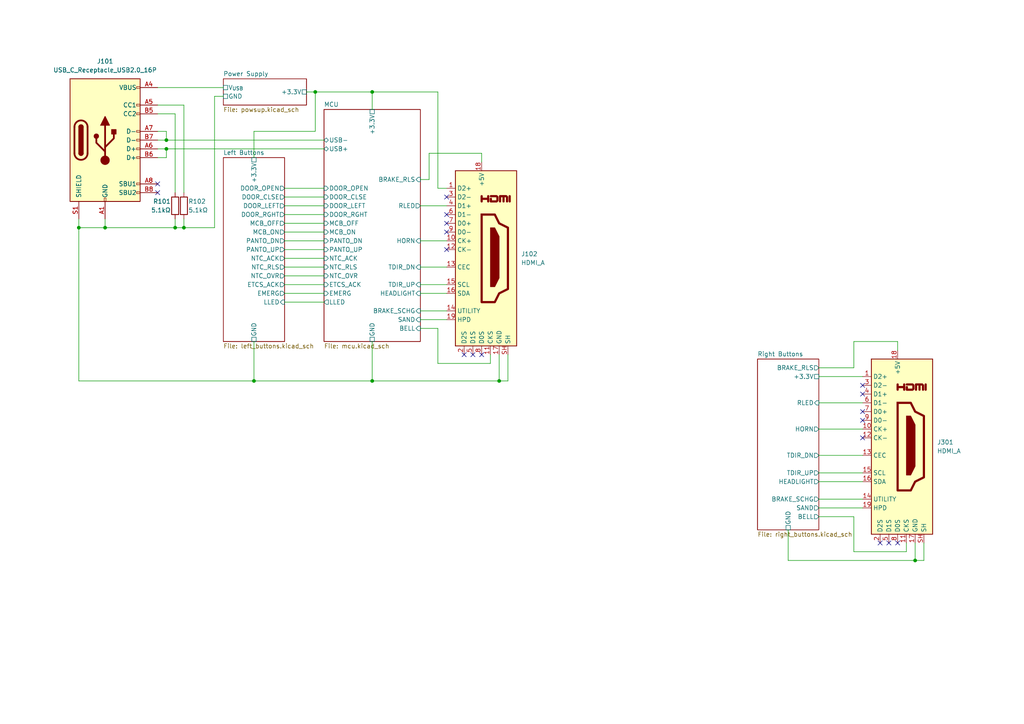
<source format=kicad_sch>
(kicad_sch (version 20231120) (generator "eeschema") (generator_version "8.0")
  (paper "A4")
  (lib_symbols
    (symbol "Connector:HDMI_A"
      (property "Reference" "J" (at -6.35 26.67 0))
      (property "Value" "HDMI_A" (at 10.16 26.67 0))
      (symbol "HDMI_A_0_0"
        (polyline (pts (xy 8.128 16.51) (xy 8.128 18.034)) (stroke (width 0.635)))
        (polyline (pts (xy 0 16.51) (xy 0 18.034) (xy 0 17.272) (xy 1.905 17.272) (xy 1.905 18.034) (xy 1.905 16.51)) (stroke (width 0.635)))
        (polyline (pts (xy 2.667 18.034) (xy 4.318 18.034) (xy 4.572 17.78) (xy 4.572 16.764) (xy 4.318 16.51) (xy 2.667 16.51) (xy 2.667 17.272)) (stroke (width 0.635)))
      )
      (symbol "HDMI_A_0_1"
        (rectangle (start -7.62 25.4) (end 10.16 -25.4) (stroke (width 0.254)) (fill (type background)))
        (polyline (pts (xy 2.54 8.89) (xy 3.81 8.89) (xy 5.08 6.35) (xy 5.08 -5.715) (xy 3.81 -8.255) (xy 2.54 -8.255) (xy 2.54 8.89)) (fill (type outline)))
        (polyline (pts (xy 5.334 16.51) (xy 5.334 18.034) (xy 6.35 18.034) (xy 6.35 16.51) (xy 6.35 18.034) (xy 7.112 18.034) (xy 7.366 17.78) (xy 7.366 16.51)) (stroke (width 0.635)))
        (polyline (pts (xy 0 12.7) (xy 0 -12.7) (xy 3.81 -12.7) (xy 5.08 -10.16) (xy 7.62 -8.89) (xy 7.62 8.89) (xy 5.08 10.16) (xy 3.81 12.7) (xy 0 12.7)) (stroke (width 0.635)))
      )
      (symbol "HDMI_A_1_1"
        (pin passive line (at -10.16 20.32 0) (length 2.54) (name "D2+") (number "1"))
        (pin passive line (at -10.16 5.08 0) (length 2.54) (name "CK+") (number "10"))
        (pin power_in line (at 2.54 -27.94 90) (length 2.54) (name "CKS") (number "11"))
        (pin passive line (at -10.16 2.54 0) (length 2.54) (name "CK-") (number "12"))
        (pin bidirectional line (at -10.16 -2.54 0) (length 2.54) (name "CEC") (number "13"))
        (pin passive line (at -10.16 -15.24 0) (length 2.54) (name "UTILITY") (number "14"))
        (pin passive line (at -10.16 -7.62 0) (length 2.54) (name "SCL") (number "15"))
        (pin bidirectional line (at -10.16 -10.16 0) (length 2.54) (name "SDA") (number "16"))
        (pin power_in line (at 5.08 -27.94 90) (length 2.54) (name "GND") (number "17"))
        (pin power_in line (at 0 27.94 270) (length 2.54) (name "+5V") (number "18"))
        (pin passive line (at -10.16 -17.78 0) (length 2.54) (name "HPD") (number "19"))
        (pin power_in line (at -5.08 -27.94 90) (length 2.54) (name "D2S") (number "2"))
        (pin passive line (at -10.16 17.78 0) (length 2.54) (name "D2-") (number "3"))
        (pin passive line (at -10.16 15.24 0) (length 2.54) (name "D1+") (number "4"))
        (pin power_in line (at -2.54 -27.94 90) (length 2.54) (name "D1S") (number "5"))
        (pin passive line (at -10.16 12.7 0) (length 2.54) (name "D1-") (number "6"))
        (pin passive line (at -10.16 10.16 0) (length 2.54) (name "D0+") (number "7"))
        (pin power_in line (at 0 -27.94 90) (length 2.54) (name "D0S") (number "8"))
        (pin passive line (at -10.16 7.62 0) (length 2.54) (name "D0-") (number "9"))
        (pin passive line (at 7.62 -27.94 90) (length 2.54) (name "SH") (number "SH"))
      )
    )
    (symbol "Connector:USB_C_Receptacle_USB2.0_16P" (pin_names (offset 1.016))
      (property "Reference" "J" (at 0 22.225 0))
      (property "Value" "USB_C_Receptacle_USB2.0_16P" (at 0 19.685 0))
      (symbol "USB_C_Receptacle_USB2.0_16P_0_0"
        (rectangle (start -0.254 -17.78) (end 0.254 -16.764))
        (rectangle (start 10.16 -14.986) (end 9.144 -15.494))
        (rectangle (start 10.16 -12.446) (end 9.144 -12.954))
        (rectangle (start 10.16 -4.826) (end 9.144 -5.334))
        (rectangle (start 10.16 -2.286) (end 9.144 -2.794))
        (rectangle (start 10.16 0.254) (end 9.144 -0.254))
        (rectangle (start 10.16 2.794) (end 9.144 2.286))
        (rectangle (start 10.16 7.874) (end 9.144 7.366))
        (rectangle (start 10.16 10.414) (end 9.144 9.906))
        (rectangle (start 10.16 15.494) (end 9.144 14.986))
      )
      (symbol "USB_C_Receptacle_USB2.0_16P_0_1"
        (rectangle (start -10.16 17.78) (end 10.16 -17.78) (stroke (width 0.254)) (fill (type background)))
        (arc (start -8.89 -3.81) (mid -6.985 -5.7067) (end -5.08 -3.81) (stroke (width 0.508)))
        (arc (start -7.62 -3.81) (mid -6.985 -4.4423) (end -6.35 -3.81) (stroke (width 0.254)))
        (arc (start -7.62 -3.81) (mid -6.985 -4.4423) (end -6.35 -3.81) (stroke (width 0.254)) (fill (type outline)))
        (rectangle (start -7.62 -3.81) (end -6.35 3.81) (stroke (width 0.254)) (fill (type outline)))
        (arc (start -6.35 3.81) (mid -6.985 4.4423) (end -7.62 3.81) (stroke (width 0.254)))
        (arc (start -6.35 3.81) (mid -6.985 4.4423) (end -7.62 3.81) (stroke (width 0.254)) (fill (type outline)))
        (arc (start -5.08 3.81) (mid -6.985 5.7067) (end -8.89 3.81) (stroke (width 0.508)))
        (circle (center -2.54 1.143) (radius 0.635) (stroke (width 0.254)) (fill (type outline)))
        (circle (center 0 -5.842) (radius 1.27) (fill (type outline)))
        (polyline (pts (xy -8.89 -3.81) (xy -8.89 3.81)) (stroke (width 0.508)))
        (polyline (pts (xy -5.08 3.81) (xy -5.08 -3.81)) (stroke (width 0.508)))
        (polyline (pts (xy 0 -5.842) (xy 0 4.318)) (stroke (width 0.508)))
        (polyline (pts (xy 0 -3.302) (xy -2.54 -0.762) (xy -2.54 0.508)) (stroke (width 0.508)))
        (polyline (pts (xy 0 -2.032) (xy 2.54 0.508) (xy 2.54 1.778)) (stroke (width 0.508)))
        (polyline (pts (xy -1.27 4.318) (xy 0 6.858) (xy 1.27 4.318) (xy -1.27 4.318)) (stroke (width 0.254)) (fill (type outline)))
        (rectangle (start 1.905 1.778) (end 3.175 3.048) (stroke (width 0.254)) (fill (type outline)))
      )
      (symbol "USB_C_Receptacle_USB2.0_16P_1_1"
        (pin passive line (at 0 -22.86 90) (length 5.08) (name "GND") (number "A1"))
        (pin passive line (at 0 -22.86 90) (length 5.08) hide (name "GND") (number "A12"))
        (pin passive line (at 15.24 15.24 180) (length 5.08) (name "VBUS") (number "A4"))
        (pin bidirectional line (at 15.24 10.16 180) (length 5.08) (name "CC1") (number "A5"))
        (pin bidirectional line (at 15.24 -2.54 180) (length 5.08) (name "D+") (number "A6"))
        (pin bidirectional line (at 15.24 2.54 180) (length 5.08) (name "D-") (number "A7"))
        (pin bidirectional line (at 15.24 -12.7 180) (length 5.08) (name "SBU1") (number "A8"))
        (pin passive line (at 15.24 15.24 180) (length 5.08) hide (name "VBUS") (number "A9"))
        (pin passive line (at 0 -22.86 90) (length 5.08) hide (name "GND") (number "B1"))
        (pin passive line (at 0 -22.86 90) (length 5.08) hide (name "GND") (number "B12"))
        (pin passive line (at 15.24 15.24 180) (length 5.08) hide (name "VBUS") (number "B4"))
        (pin bidirectional line (at 15.24 7.62 180) (length 5.08) (name "CC2") (number "B5"))
        (pin bidirectional line (at 15.24 -5.08 180) (length 5.08) (name "D+") (number "B6"))
        (pin bidirectional line (at 15.24 0 180) (length 5.08) (name "D-") (number "B7"))
        (pin bidirectional line (at 15.24 -15.24 180) (length 5.08) (name "SBU2") (number "B8"))
        (pin passive line (at 15.24 15.24 180) (length 5.08) hide (name "VBUS") (number "B9"))
        (pin passive line (at -7.62 -22.86 90) (length 5.08) (name "SHIELD") (number "S1"))
      )
    )
    (symbol "Device:R" (pin_numbers hide) (pin_names (offset 0))
      (property "Reference" "R" (at 2.032 0 90))
      (property "Value" "R" (at 0 0 90))
      (symbol "R_0_1"
        (rectangle (start -1.016 -2.54) (end 1.016 2.54) (stroke (width 0.254)))
      )
      (symbol "R_1_1"
        (pin passive line (at 0 3.81 270) (length 1.27) (name "~") (number "1"))
        (pin passive line (at 0 -3.81 90) (length 1.27) (name "~") (number "2"))
      )
    )
  )
  (junction (at 91.44 26.67))
  (junction (at 144.78 110.49))
  (junction (at 107.95 110.49))
  (junction (at 73.66 110.49))
  (junction (at 22.86 66.04))
  (junction (at 48.26 43.18))
  (junction (at 50.8 66.04))
  (junction (at 30.48 66.04))
  (junction (at 48.26 40.64))
  (junction (at 107.95 26.67))
  (junction (at 265.43 162.56))
  (junction (at 53.34 66.04))
  (no_connect (at 129.54 64.77))
  (no_connect (at 134.62 102.87))
  (no_connect (at 129.54 57.15))
  (no_connect (at 45.72 53.34))
  (no_connect (at 250.19 127))
  (no_connect (at 45.72 55.88))
  (no_connect (at 139.7 102.87))
  (no_connect (at 250.19 119.38))
  (no_connect (at 255.27 157.48))
  (no_connect (at 129.54 62.23))
  (no_connect (at 250.19 121.92))
  (no_connect (at 137.16 102.87))
  (no_connect (at 250.19 114.3))
  (no_connect (at 129.54 67.31))
  (no_connect (at 260.35 157.48))
  (no_connect (at 250.19 111.76))
  (no_connect (at 129.54 72.39))
  (no_connect (at 257.81 157.48))
  (wire (pts (xy 121.92 85.09) (xy 129.54 85.09)))
  (wire (pts (xy 237.49 144.78) (xy 250.19 144.78)))
  (wire (pts (xy 22.86 110.49) (xy 22.86 66.04)))
  (wire (pts (xy 129.54 54.61) (xy 127 54.61)))
  (wire (pts (xy 22.86 66.04) (xy 22.86 63.5)))
  (wire (pts (xy 147.32 110.49) (xy 144.78 110.49)))
  (wire (pts (xy 45.72 25.4) (xy 64.77 25.4)))
  (wire (pts (xy 121.92 82.55) (xy 129.54 82.55)))
  (wire (pts (xy 265.43 157.48) (xy 265.43 162.56)))
  (wire (pts (xy 127 105.41) (xy 127 95.25)))
  (wire (pts (xy 62.23 27.94) (xy 64.77 27.94)))
  (wire (pts (xy 121.92 92.71) (xy 129.54 92.71)))
  (wire (pts (xy 82.55 72.39) (xy 93.98 72.39)))
  (wire (pts (xy 144.78 110.49) (xy 107.95 110.49)))
  (wire (pts (xy 73.66 38.1) (xy 91.44 38.1)))
  (wire (pts (xy 260.35 99.06) (xy 247.65 99.06)))
  (wire (pts (xy 82.55 85.09) (xy 93.98 85.09)))
  (wire (pts (xy 237.49 147.32) (xy 250.19 147.32)))
  (wire (pts (xy 82.55 74.93) (xy 93.98 74.93)))
  (wire (pts (xy 48.26 40.64) (xy 45.72 40.64)))
  (wire (pts (xy 91.44 26.67) (xy 107.95 26.67)))
  (wire (pts (xy 82.55 82.55) (xy 93.98 82.55)))
  (wire (pts (xy 144.78 102.87) (xy 144.78 110.49)))
  (wire (pts (xy 82.55 80.01) (xy 93.98 80.01)))
  (wire (pts (xy 121.92 77.47) (xy 129.54 77.47)))
  (wire (pts (xy 82.55 57.15) (xy 93.98 57.15)))
  (wire (pts (xy 265.43 162.56) (xy 228.6 162.56)))
  (wire (pts (xy 260.35 101.6) (xy 260.35 99.06)))
  (wire (pts (xy 82.55 62.23) (xy 93.98 62.23)))
  (wire (pts (xy 48.26 43.18) (xy 93.98 43.18)))
  (wire (pts (xy 48.26 45.72) (xy 48.26 43.18)))
  (wire (pts (xy 45.72 38.1) (xy 48.26 38.1)))
  (wire (pts (xy 142.24 102.87) (xy 142.24 105.41)))
  (wire (pts (xy 48.26 38.1) (xy 48.26 40.64)))
  (wire (pts (xy 124.46 44.45) (xy 124.46 52.07)))
  (wire (pts (xy 73.66 45.72) (xy 73.66 38.1)))
  (wire (pts (xy 228.6 153.67) (xy 228.6 162.56)))
  (wire (pts (xy 237.49 116.84) (xy 250.19 116.84)))
  (wire (pts (xy 82.55 59.69) (xy 93.98 59.69)))
  (wire (pts (xy 88.9 26.67) (xy 91.44 26.67)))
  (wire (pts (xy 53.34 66.04) (xy 62.23 66.04)))
  (wire (pts (xy 50.8 66.04) (xy 30.48 66.04)))
  (wire (pts (xy 30.48 66.04) (xy 22.86 66.04)))
  (wire (pts (xy 107.95 26.67) (xy 107.95 31.75)))
  (wire (pts (xy 147.32 102.87) (xy 147.32 110.49)))
  (wire (pts (xy 237.49 124.46) (xy 250.19 124.46)))
  (wire (pts (xy 237.49 137.16) (xy 250.19 137.16)))
  (wire (pts (xy 107.95 110.49) (xy 73.66 110.49)))
  (wire (pts (xy 50.8 63.5) (xy 50.8 66.04)))
  (wire (pts (xy 107.95 99.06) (xy 107.95 110.49)))
  (wire (pts (xy 247.65 160.02) (xy 262.89 160.02)))
  (wire (pts (xy 247.65 149.86) (xy 247.65 160.02)))
  (wire (pts (xy 82.55 77.47) (xy 93.98 77.47)))
  (wire (pts (xy 53.34 30.48) (xy 45.72 30.48)))
  (wire (pts (xy 247.65 99.06) (xy 247.65 106.68)))
  (wire (pts (xy 267.97 157.48) (xy 267.97 162.56)))
  (wire (pts (xy 82.55 54.61) (xy 93.98 54.61)))
  (wire (pts (xy 237.49 149.86) (xy 247.65 149.86)))
  (wire (pts (xy 121.92 52.07) (xy 124.46 52.07)))
  (wire (pts (xy 262.89 157.48) (xy 262.89 160.02)))
  (wire (pts (xy 142.24 105.41) (xy 127 105.41)))
  (wire (pts (xy 50.8 33.02) (xy 50.8 55.88)))
  (wire (pts (xy 121.92 69.85) (xy 129.54 69.85)))
  (wire (pts (xy 48.26 40.64) (xy 93.98 40.64)))
  (wire (pts (xy 45.72 33.02) (xy 50.8 33.02)))
  (wire (pts (xy 139.7 46.99) (xy 139.7 44.45)))
  (wire (pts (xy 53.34 55.88) (xy 53.34 30.48)))
  (wire (pts (xy 139.7 44.45) (xy 124.46 44.45)))
  (wire (pts (xy 62.23 27.94) (xy 62.23 66.04)))
  (wire (pts (xy 53.34 66.04) (xy 53.34 63.5)))
  (wire (pts (xy 30.48 63.5) (xy 30.48 66.04)))
  (wire (pts (xy 121.92 90.17) (xy 129.54 90.17)))
  (wire (pts (xy 82.55 67.31) (xy 93.98 67.31)))
  (wire (pts (xy 73.66 110.49) (xy 22.86 110.49)))
  (wire (pts (xy 82.55 69.85) (xy 93.98 69.85)))
  (wire (pts (xy 45.72 43.18) (xy 48.26 43.18)))
  (wire (pts (xy 82.55 87.63) (xy 93.98 87.63)))
  (wire (pts (xy 73.66 99.06) (xy 73.66 110.49)))
  (wire (pts (xy 121.92 95.25) (xy 127 95.25)))
  (wire (pts (xy 82.55 64.77) (xy 93.98 64.77)))
  (wire (pts (xy 45.72 45.72) (xy 48.26 45.72)))
  (wire (pts (xy 127 26.67) (xy 107.95 26.67)))
  (wire (pts (xy 267.97 162.56) (xy 265.43 162.56)))
  (wire (pts (xy 91.44 38.1) (xy 91.44 26.67)))
  (wire (pts (xy 127 54.61) (xy 127 26.67)))
  (wire (pts (xy 237.49 132.08) (xy 250.19 132.08)))
  (wire (pts (xy 237.49 109.22) (xy 250.19 109.22)))
  (wire (pts (xy 50.8 66.04) (xy 53.34 66.04)))
  (wire (pts (xy 237.49 139.7) (xy 250.19 139.7)))
  (wire (pts (xy 237.49 106.68) (xy 247.65 106.68)))
  (wire (pts (xy 121.92 59.69) (xy 129.54 59.69)))
  (symbol (lib_id "Connector:HDMI_A") (at 139.7 74.93 0) (unit 1)
    (property "Reference" "J102" (at 151.13 73.6599 0) (effects (justify left)))
    (property "Value" "HDMI_A" (at 151.13 76.1999 0) (effects (justify left)))
    (property "Footprint" "Connector_HDMI:HDMI_A_Molex_208658-1001_Horizontal" (effects (hide yes)))
    (property "Datasheet" "https://en.wikipedia.org/wiki/HDMI" (effects (hide yes)))
    (property "Description" "HDMI type A connector" (effects (hide yes)))
    (property "LCSC" "C2858275" (effects (hide yes)))
  )
  (symbol (lib_id "Device:R") (at 50.8 59.69 0) (unit 1)
    (property "Reference" "R101" (at 49.53 58.42 0) (effects (justify right)))
    (property "Value" "5.1kΩ" (at 49.53 60.96 0) (effects (justify right)))
    (property "Footprint" "Resistor_SMD:R_0402_1005Metric" (effects (hide yes)))
    (property "LCSC" "C25905" (effects (hide yes)))
  )
  (symbol (lib_id "Connector:USB_C_Receptacle_USB2.0_16P") (at 30.48 40.64 0) (unit 1)
    (property "Reference" "J101" (at 30.48 17.78 0))
    (property "Value" "USB_C_Receptacle_USB2.0_16P" (at 30.48 20.32 0))
    (property "Footprint" "Connector_USB:USB_C_Receptacle_G-Switch_GT-USB-7010ASV" (effects (hide yes)))
    (property "Datasheet" "https://www.usb.org/sites/default/files/documents/usb_type-c.zip" (effects (hide yes)))
    (property "Description" "USB 2.0-only 16P Type-C Receptacle connector" (effects (hide yes)))
    (property "LCSC" "C2988369" (effects (hide yes)))
  )
  (symbol (lib_id "Device:R") (at 53.34 59.69 0) (mirror y) (unit 1)
    (property "Reference" "R102" (at 54.61 58.42 0) (effects (justify right)))
    (property "Value" "5.1kΩ" (at 54.61 60.96 0) (effects (justify right)))
    (property "Footprint" "Resistor_SMD:R_0402_1005Metric" (effects (hide yes)))
    (property "LCSC" "C25905" (effects (hide yes)))
  )
  (symbol (lib_id "Connector:HDMI_A") (at 260.35 129.54 0) (unit 1)
    (property "Reference" "J301" (at 271.78 128.2699 0) (effects (justify left)))
    (property "Value" "HDMI_A" (at 271.78 130.8099 0) (effects (justify left)))
    (property "Footprint" "Connector_HDMI:HDMI_A_Molex_208658-1001_Horizontal" (effects (hide yes)))
    (property "Datasheet" "https://en.wikipedia.org/wiki/HDMI" (effects (hide yes)))
    (property "Description" "HDMI type A connector" (effects (hide yes)))
    (property "LCSC" "C2858275" (effects (hide yes)))
  )
  (sheet (at 93.98 31.75) (size 27.94 67.31) (stroke (width 0.1524))
    (property "Sheetname" "MCU" (at 93.98 31.0384 0) (effects (justify left bottom)))
    (property "Sheetfile" "mcu.kicad_sch" (at 93.98 99.6446 0) (effects (justify left top)))
    (pin "GND" passive (at 107.95 99.06 270))
    (pin "PANTO_DN" input (at 93.98 69.85 180))
    (pin "MCB_ON" input (at 93.98 67.31 180))
    (pin "MCB_OFF" input (at 93.98 64.77 180))
    (pin "DOOR_LEFT" input (at 93.98 59.69 180))
    (pin "DOOR_RGHT" input (at 93.98 62.23 180))
    (pin "DOOR_OPEN" input (at 93.98 54.61 180))
    (pin "DOOR_CLSE" input (at 93.98 57.15 180))
    (pin "USB-" bidirectional (at 93.98 40.64 180))
    (pin "USB+" bidirectional (at 93.98 43.18 180))
    (pin "EMERG" input (at 93.98 85.09 180))
    (pin "SAND" input (at 121.92 92.71 0))
    (pin "TDIR_UP" input (at 121.92 82.55 0))
    (pin "HORN" input (at 121.92 69.85 0))
    (pin "BELL" input (at 121.92 95.25 0))
    (pin "BRAKE_RLS" input (at 121.92 52.07 0))
    (pin "TDIR_DN" input (at 121.92 77.47 0))
    (pin "HEADLIGHT" input (at 121.92 85.09 0))
    (pin "BRAKE_SCHG" input (at 121.92 90.17 0))
    (pin "NTC_ACK" input (at 93.98 74.93 180))
    (pin "NTC_OVR" input (at 93.98 80.01 180))
    (pin "ETCS_ACK" input (at 93.98 82.55 180))
    (pin "NTC_RLS" input (at 93.98 77.47 180))
    (pin "PANTO_UP" input (at 93.98 72.39 180))
    (pin "+3.3V" passive (at 107.95 31.75 90))
    (pin "RLED" output (at 121.92 59.69 0))
    (pin "LLED" output (at 93.98 87.63 180))
  )
  (sheet (at 64.77 22.86) (size 24.13 7.62) (stroke (width 0.1524))
    (property "Sheetname" "Power Supply" (at 64.77 22.1484 0) (effects (justify left bottom)))
    (property "Sheetfile" "powsup.kicad_sch" (at 64.77 31.0646 0) (effects (justify left top)))
    (pin "+3.3V" passive (at 88.9 26.67 0))
    (pin "V_{USB}" passive (at 64.77 25.4 180))
    (pin "GND" passive (at 64.77 27.94 180))
  )
  (sheet (at 219.71 104.14) (size 17.78 49.53) (stroke (width 0.1524))
    (property "Sheetname" "Right Buttons" (at 219.71 103.4284 0) (effects (justify left bottom)))
    (property "Sheetfile" "right_buttons.kicad_sch" (at 219.71 154.2546 0) (effects (justify left top)))
    (pin "SAND" output (at 237.49 147.32 0))
    (pin "BRAKE_RLS" output (at 237.49 106.68 0))
    (pin "HEADLIGHT" output (at 237.49 139.7 0))
    (pin "TDIR_UP" output (at 237.49 137.16 0))
    (pin "HORN" output (at 237.49 124.46 0))
    (pin "TDIR_DN" output (at 237.49 132.08 0))
    (pin "BRAKE_SCHG" output (at 237.49 144.78 0))
    (pin "BELL" output (at 237.49 149.86 0))
    (pin "GND" passive (at 228.6 153.67 270))
    (pin "+3.3V" passive (at 237.49 109.22 0))
    (pin "RLED" input (at 237.49 116.84 0))
  )
  (sheet (at 64.77 45.72) (size 17.78 53.34) (stroke (width 0.1524))
    (property "Sheetname" "Left Buttons" (at 64.77 45.0084 0) (effects (justify left bottom)))
    (property "Sheetfile" "left_buttons.kicad_sch" (at 64.77 99.6446 0) (effects (justify left top)))
    (pin "DOOR_OPEN" output (at 82.55 54.61 0))
    (pin "DOOR_CLSE" output (at 82.55 57.15 0))
    (pin "DOOR_RGHT" output (at 82.55 62.23 0))
    (pin "MCB_OFF" output (at 82.55 64.77 0))
    (pin "DOOR_LEFT" output (at 82.55 59.69 0))
    (pin "EMERG" output (at 82.55 85.09 0))
    (pin "GND" passive (at 73.66 99.06 270))
    (pin "PANTO_DN" output (at 82.55 69.85 0))
    (pin "MCB_ON" output (at 82.55 67.31 0))
    (pin "NTC_ACK" output (at 82.55 74.93 0))
    (pin "NTC_RLS" output (at 82.55 77.47 0))
    (pin "NTC_OVR" output (at 82.55 80.01 0))
    (pin "ETCS_ACK" output (at 82.55 82.55 0))
    (pin "PANTO_UP" output (at 82.55 72.39 0))
    (pin "LLED" input (at 82.55 87.63 0))
    (pin "+3.3V" passive (at 73.66 45.72 90))
  )
)
</source>
